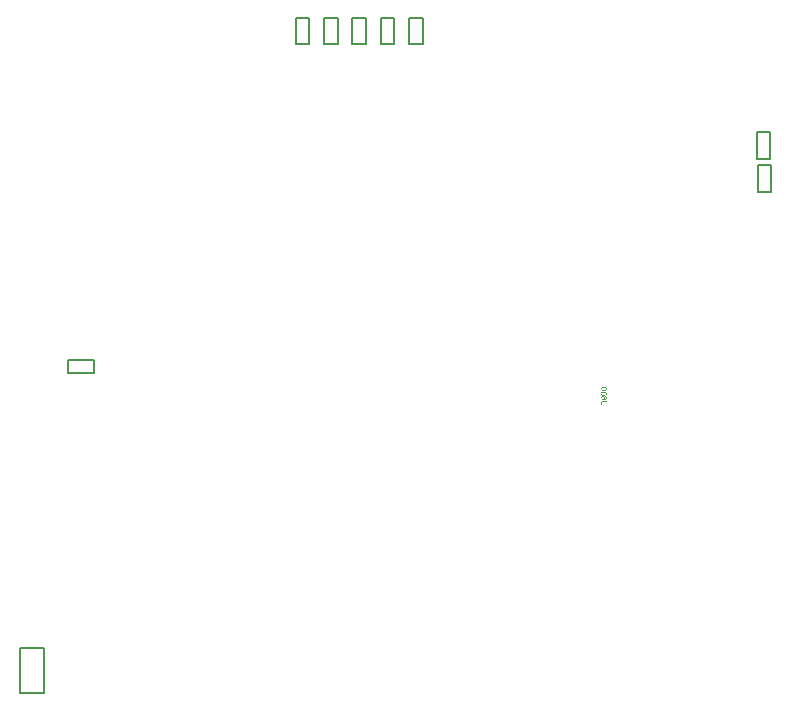
<source format=gbr>
%FSTAX23Y23*%
%MOIN*%
%SFA1B1*%

%IPPOS*%
%ADD140C,0.007874*%
%LNx98_carrier_v1r2_12082022_bottom_assembly-1*%
%LPD*%
G36*
X0213Y01522D02*
X0213Y01522D01*
X02131Y01522*
X02131Y01522*
X02132Y01522*
X02132Y01522*
X02132Y01522*
X02133Y01522*
X02133Y01522*
X02133Y01522*
X02133Y01522*
X02133Y01522*
X02133Y01522*
X02134Y01522*
X02134*
X02134Y01522*
X02135Y01522*
X02135Y01521*
X02136Y01521*
X02136Y01521*
X02136Y01521*
X02136Y01521*
X02136Y01521*
X02136Y01521*
X02136*
X02137Y01521*
X02137Y0152*
X02137Y0152*
X02138Y0152*
X02138Y01519*
X02138Y01519*
X02138Y01519*
X02138Y01519*
Y01519*
X02138Y01518*
X02139Y01518*
X02139Y01518*
X02139Y01517*
X02139Y01517*
Y01517*
X02139Y01516*
Y01516*
X02139Y01515*
X02139Y01515*
X02138Y01514*
X02138Y01514*
X02138Y01513*
X02138Y01513*
X02138Y01513*
X02138Y01513*
X02138Y01513*
X02138Y01513*
X02138Y01513*
X02138Y01513*
X02137Y01512*
X02137Y01512*
X02136Y01511*
X02136Y01511*
X02135Y01511*
X02135Y01511*
X02135Y01511*
X02135Y01511*
X02135Y01511*
X02135Y01511*
X02134*
X02134Y01511*
X02134Y0151*
X02133Y0151*
X02132Y0151*
X02131Y0151*
X02131Y0151*
X0213*
X0213Y0151*
X0213Y0151*
X02129*
X02129*
X02129*
X02129*
X02128Y0151*
X02127Y0151*
X02126Y0151*
X02126Y0151*
X02125Y0151*
X02124Y01511*
X02124Y01511*
X02123Y01511*
X02123Y01511*
X02122Y01511*
X02122Y01511*
X02122Y01512*
X02121Y01512*
X02121Y01512*
X02121Y01512*
X02121Y01512*
X02121Y01512*
X02121Y01512*
X0212Y01513*
X0212Y01513*
X0212Y01514*
X0212Y01514*
X0212Y01514*
X02119Y01515*
X02119Y01515*
X02119Y01515*
X02119Y01516*
X02119Y01516*
Y01516*
X02119Y01516*
Y01516*
X02119Y01517*
X02119Y01517*
X02119Y01518*
X0212Y01518*
X0212Y01519*
X0212Y01519*
X0212Y01519*
X0212Y01519*
X0212Y01519*
X0212Y0152*
X0212Y0152*
X0212Y0152*
Y0152*
X02121Y0152*
X02121Y01521*
X02122Y01521*
X02122Y01521*
X02123Y01521*
X02123Y01522*
X02123Y01522*
X02123Y01522*
X02123Y01522*
X02124Y01522*
X02124*
X02124Y01522*
X02124Y01522*
X02125Y01522*
X02126Y01522*
X02127Y01522*
X02127Y01522*
X02128Y01522*
X02128*
X02128Y01522*
X02129*
X02129*
X02129*
X02129*
X0213*
X0213Y01522*
G37*
G36*
Y01508D02*
X0213Y01508D01*
X02131Y01507*
X02131Y01507*
X02132Y01507*
X02132Y01507*
X02132Y01507*
X02133Y01507*
X02133Y01507*
X02133Y01507*
X02133Y01507*
X02133Y01507*
X02133Y01507*
X02134Y01507*
X02134*
X02134Y01507*
X02135Y01507*
X02135Y01507*
X02136Y01506*
X02136Y01506*
X02136Y01506*
X02136Y01506*
X02136Y01506*
X02136Y01506*
X02136*
X02137Y01506*
X02137Y01505*
X02137Y01505*
X02138Y01505*
X02138Y01504*
X02138Y01504*
X02138Y01504*
X02138Y01504*
Y01504*
X02138Y01504*
X02139Y01503*
X02139Y01503*
X02139Y01502*
X02139Y01502*
Y01502*
X02139Y01502*
Y01501*
X02139Y01501*
X02139Y015*
X02138Y01499*
X02138Y01499*
X02138Y01499*
X02138Y01498*
X02138Y01498*
X02138Y01498*
X02138Y01498*
X02138Y01498*
X02138Y01498*
X02138Y01498*
X02137Y01497*
X02137Y01497*
X02136Y01497*
X02136Y01496*
X02135Y01496*
X02135Y01496*
X02135Y01496*
X02135Y01496*
X02135Y01496*
X02135Y01496*
X02134*
X02134Y01496*
X02134Y01496*
X02133Y01495*
X02132Y01495*
X02131Y01495*
X02131Y01495*
X0213*
X0213Y01495*
X0213Y01495*
X02129*
X02129*
X02129*
X02129*
X02128Y01495*
X02127Y01495*
X02126Y01495*
X02126Y01495*
X02125Y01495*
X02124Y01496*
X02124Y01496*
X02123Y01496*
X02123Y01496*
X02122Y01496*
X02122Y01496*
X02122Y01497*
X02121Y01497*
X02121Y01497*
X02121Y01497*
X02121Y01497*
X02121Y01497*
X02121Y01498*
X0212Y01498*
X0212Y01498*
X0212Y01499*
X0212Y01499*
X0212Y01499*
X02119Y015*
X02119Y015*
X02119Y015*
X02119Y01501*
X02119Y01501*
Y01501*
X02119Y01501*
Y01501*
X02119Y01502*
X02119Y01502*
X02119Y01503*
X0212Y01503*
X0212Y01504*
X0212Y01504*
X0212Y01504*
X0212Y01504*
X0212Y01505*
X0212Y01505*
X0212Y01505*
X0212Y01505*
Y01505*
X02121Y01505*
X02121Y01506*
X02122Y01506*
X02122Y01506*
X02123Y01507*
X02123Y01507*
X02123Y01507*
X02123Y01507*
X02123Y01507*
X02124Y01507*
X02124*
X02124Y01507*
X02124Y01507*
X02125Y01507*
X02126Y01507*
X02127Y01507*
X02127Y01508*
X02128Y01508*
X02128*
X02128Y01508*
X02129*
X02129*
X02129*
X02129*
X0213*
X0213Y01508*
G37*
G36*
X02126Y01493D02*
X02127Y01493D01*
X02127Y01493*
X02128Y01492*
X02128Y01492*
X02128Y01492*
X02129Y01492*
X02129Y01492*
X02129Y01492*
X0213Y01492*
X0213Y01491*
X0213Y01491*
X0213Y01491*
X0213Y01491*
X0213Y01491*
X0213Y01491*
X02131Y01491*
X02131Y0149*
X02131Y0149*
X02131Y0149*
X02131Y01489*
X02132Y01489*
X02132Y01489*
X02132Y01488*
X02132Y01488*
X02132Y01488*
X02132Y01488*
X02132Y01487*
X02132Y01487*
Y01487*
X02132Y01486*
X02132Y01486*
X02132Y01486*
X02132Y01485*
X02132Y01485*
X02131Y01485*
X02131Y01485*
X02131Y01484*
X02131Y01484*
Y01484*
X02131Y01484*
X02131Y01484*
X0213Y01483*
X0213Y01483*
X0213Y01483*
X0213Y01482*
X02129Y01482*
X02129Y01482*
X0213*
X0213Y01482*
X02131Y01482*
X02131Y01482*
X02132Y01483*
X02132Y01483*
X02132Y01483*
X02133Y01483*
X02133Y01483*
X02133Y01483*
X02133Y01483*
X02134Y01483*
X02134Y01483*
X02134Y01483*
X02134Y01483*
X02134*
X02134Y01483*
X02135Y01484*
X02135Y01484*
X02136Y01484*
X02136Y01484*
X02136Y01485*
X02136Y01485*
X02136Y01485*
X02136Y01485*
X02137Y01485*
X02137Y01486*
X02137Y01486*
X02137Y01486*
X02137Y01487*
Y01487*
X02137Y01487*
X02137Y01488*
X02137Y01488*
X02136Y01488*
X02136Y01489*
X02136Y01489*
X02136Y01489*
X02136Y01489*
X02136Y01489*
X02135Y01489*
X02135Y0149*
X02135Y0149*
X02134Y0149*
X02134Y0149*
X02134Y0149*
X02134*
X02134Y0149*
X02134*
X02134Y01492*
X02134Y01492*
X02135Y01492*
X02136Y01492*
X02136Y01492*
X02136Y01492*
X02136Y01492*
X02137Y01491*
X02137Y01491*
X02137Y01491*
X02137Y01491*
X02137Y01491*
X02137Y01491*
X02138Y01491*
X02138Y01491*
X02138Y01491*
X02138Y0149*
X02138Y0149*
X02138Y0149*
X02138Y01489*
X02139Y01489*
X02139Y01488*
X02139Y01488*
X02139Y01488*
X02139Y01487*
X02139Y01487*
X02139Y01487*
Y01487*
X02139Y01486*
X02139Y01486*
X02139Y01485*
X02138Y01485*
X02138Y01484*
X02138Y01484*
X02138Y01484*
X02138Y01483*
X02138Y01483*
X02137Y01483*
X02137Y01483*
X02137Y01482*
X02137Y01482*
X02137Y01482*
X02137Y01482*
X02137Y01482*
X02136Y01482*
X02136Y01481*
X02135Y01481*
X02134Y01481*
X02134Y01481*
X02133Y0148*
X02132Y0148*
X02132Y0148*
X02131Y0148*
X0213Y0148*
X0213Y0148*
X02129Y0148*
X02129*
X02129Y0148*
X02129*
X02129*
X02129*
X02129*
X02129*
X02128Y0148*
X02127Y0148*
X02126Y0148*
X02125Y0148*
X02125Y0148*
X02124Y01481*
X02124Y01481*
X02123Y01481*
X02123Y01481*
X02122Y01481*
X02122Y01481*
X02122Y01482*
X02122Y01482*
X02121Y01482*
X02121Y01482*
X02121Y01482*
X02121Y01482*
X02121Y01483*
X0212Y01483*
X0212Y01483*
X0212Y01484*
X0212Y01484*
X0212Y01485*
X02119Y01485*
X02119Y01485*
X02119Y01486*
X02119Y01486*
X02119Y01486*
Y01486*
X02119Y01487*
Y01487*
X02119Y01487*
X02119Y01488*
X02119Y01488*
X0212Y01489*
X0212Y01489*
X0212Y01489*
X0212Y0149*
X0212Y0149*
X0212Y0149*
X0212Y0149*
Y0149*
X0212Y0149*
X02121Y01491*
X02121Y01491*
X02122Y01491*
X02122Y01492*
X02122Y01492*
X02122Y01492*
X02122Y01492*
X02122Y01492*
X02122*
X02123Y01492*
X02124Y01492*
X02124Y01492*
X02125Y01493*
X02125Y01493*
X02125Y01493*
X02125Y01493*
X02126*
X02126*
X02126*
X02126*
X02126Y01493*
G37*
G36*
X02139Y01474D02*
X02128D01*
X02127Y01474*
X02126Y01474*
X02126Y01474*
X02125Y01474*
X02125Y01474*
X02125Y01474*
X02124Y01474*
X02124Y01474*
X02124Y01474*
X02123Y01473*
X02123Y01473*
X02123Y01473*
X02123Y01473*
X02123Y01473*
X02123Y01473*
X02123Y01473*
X02123Y01473*
X02122Y01473*
X02122Y01472*
X02122Y01472*
X02122Y01471*
X02122Y01471*
X02122Y0147*
X02122Y0147*
X02122Y0147*
X02122Y0147*
X02122Y01469*
Y01469*
X02122Y01468*
X02122Y01468*
X02122Y01467*
X02122Y01467*
X02122Y01467*
X02122Y01466*
X02122Y01466*
X02122Y01466*
Y01466*
X02122Y01466*
X02123Y01466*
X02123Y01465*
X02123Y01465*
X02124Y01465*
X02124Y01465*
X02124Y01465*
X02124Y01465*
X02124*
X02124Y01465*
X02124Y01465*
X02125Y01464*
X02126Y01464*
X02126Y01464*
X02127*
X02127Y01464*
X02127*
X02127Y01464*
X02127*
X02128*
X02128*
X02128*
X02139*
Y01462*
X02128*
X02127*
X02127Y01462*
X02126Y01462*
X02126Y01462*
X02125Y01462*
X02125Y01462*
X02124Y01462*
X02124Y01462*
X02124Y01462*
X02124Y01462*
X02123Y01462*
X02123Y01462*
X02123Y01462*
X02123Y01462*
X02123Y01462*
X02123*
X02122Y01463*
X02122Y01463*
X02121Y01464*
X02121Y01464*
X02121Y01464*
X0212Y01465*
X0212Y01465*
X0212Y01465*
X0212Y01465*
Y01465*
X0212Y01466*
X0212Y01466*
X02119Y01467*
X02119Y01468*
X02119Y01468*
X02119Y01468*
X02119Y01469*
Y01469*
X02119Y01469*
Y01469*
X02119Y0147*
X02119Y0147*
X02119Y01471*
X02119Y01471*
X02119Y01472*
X0212Y01472*
X0212Y01472*
X0212Y01473*
X0212Y01473*
X0212Y01473*
X0212Y01473*
X0212Y01473*
X0212Y01474*
X0212Y01474*
X0212Y01474*
Y01474*
X0212Y01474*
X02121Y01474*
X02121Y01475*
X02122Y01475*
X02122Y01476*
X02122Y01476*
X02123Y01476*
X02123Y01476*
X02123Y01476*
X02123Y01476*
X02123Y01476*
X02123*
X02123Y01476*
X02124Y01476*
X02124Y01477*
X02125Y01477*
X02126Y01477*
X02126Y01477*
X02127Y01477*
X02127*
X02127Y01477*
X02127*
X02128*
X02128*
X02128*
X02139*
Y01474*
G37*
%LNx98_carrier_v1r2_12082022_bottom_assembly-2*%
%LPC*%
G36*
X02129Y0152D02*
X02129D01*
X02129*
X02129*
X02129*
X02128*
X02127Y0152*
X02127Y0152*
X02126Y0152*
X02125Y0152*
X02125Y0152*
X02124Y0152*
X02124Y0152*
X02124Y01519*
X02123Y01519*
X02123Y01519*
X02123Y01519*
X02123Y01519*
X02123Y01519*
X02123Y01519*
X02123Y01519*
X02122Y01519*
X02122Y01519*
X02122Y01518*
X02122Y01518*
X02122Y01518*
X02122Y01518*
X02121Y01517*
X02121Y01517*
X02121Y01517*
X02121Y01516*
X02121Y01516*
Y01516*
X02121Y01516*
X02121Y01516*
X02121Y01515*
X02121Y01515*
X02122Y01515*
X02122Y01514*
X02122Y01514*
X02122Y01514*
X02123Y01514*
X02123Y01514*
X02123Y01514*
X02123Y01513*
X02123Y01513*
X02123Y01513*
X02124Y01513*
X02124Y01513*
X02125Y01513*
X02125Y01513*
X02126Y01513*
X02127Y01512*
X02127Y01512*
X02128Y01512*
X02128*
X02129Y01512*
X02129*
X02129*
X02129*
X02129*
X0213Y01512*
X02131Y01512*
X02131Y01512*
X02132Y01513*
X02133Y01513*
X02133Y01513*
X02134Y01513*
X02134Y01513*
X02134Y01513*
X02135Y01513*
X02135Y01513*
X02135Y01513*
X02135Y01513*
X02135Y01514*
X02135Y01514*
X02135Y01514*
X02136Y01514*
X02136Y01514*
X02136Y01514*
X02136Y01514*
X02137Y01515*
X02137Y01515*
X02137Y01516*
X02137Y01516*
X02137Y01516*
Y01516*
X02137Y01516*
X02137Y01517*
X02137Y01517*
X02137Y01517*
X02136Y01518*
X02136Y01518*
X02136Y01519*
X02136Y01519*
X02135Y01519*
X02135Y01519*
X02135Y01519*
X02135*
X02135Y01519*
X02135Y01519*
X02134Y01519*
X02134Y0152*
X02133Y0152*
X02133Y0152*
X02132Y0152*
X02131Y0152*
X02131Y0152*
X0213Y0152*
X0213*
X02129Y0152*
G37*
G36*
Y01505D02*
X02129D01*
X02129*
X02129*
X02129*
X02128*
X02127Y01505*
X02127Y01505*
X02126Y01505*
X02125Y01505*
X02125Y01505*
X02124Y01505*
X02124Y01505*
X02124Y01504*
X02123Y01504*
X02123Y01504*
X02123Y01504*
X02123Y01504*
X02123Y01504*
X02123Y01504*
X02123Y01504*
X02122Y01504*
X02122Y01504*
X02122Y01503*
X02122Y01503*
X02122Y01503*
X02122Y01503*
X02121Y01502*
X02121Y01502*
X02121Y01502*
X02121Y01502*
X02121Y01501*
Y01501*
X02121Y01501*
X02121Y01501*
X02121Y015*
X02121Y015*
X02122Y015*
X02122Y01499*
X02122Y01499*
X02122Y01499*
X02123Y01499*
X02123Y01499*
X02123Y01499*
X02123Y01499*
X02123Y01498*
X02123Y01498*
X02124Y01498*
X02124Y01498*
X02125Y01498*
X02125Y01498*
X02126Y01498*
X02127Y01498*
X02127Y01498*
X02128Y01497*
X02128*
X02129Y01497*
X02129*
X02129*
X02129*
X02129*
X0213Y01497*
X02131Y01498*
X02131Y01498*
X02132Y01498*
X02133Y01498*
X02133Y01498*
X02134Y01498*
X02134Y01498*
X02134Y01498*
X02135Y01498*
X02135Y01498*
X02135Y01498*
X02135Y01499*
X02135Y01499*
X02135Y01499*
X02135Y01499*
X02136Y01499*
X02136Y01499*
X02136Y01499*
X02136Y01499*
X02137Y015*
X02137Y015*
X02137Y01501*
X02137Y01501*
X02137Y01501*
Y01501*
X02137Y01502*
X02137Y01502*
X02137Y01502*
X02137Y01502*
X02136Y01503*
X02136Y01503*
X02136Y01504*
X02136Y01504*
X02135Y01504*
X02135Y01504*
X02135Y01504*
X02135*
X02135Y01504*
X02135Y01504*
X02134Y01505*
X02134Y01505*
X02133Y01505*
X02133Y01505*
X02132Y01505*
X02131Y01505*
X02131Y01505*
X0213Y01505*
X0213*
X02129Y01505*
G37*
G36*
X02126Y0149D02*
X02126D01*
X02126*
X02126*
X02125*
X02125Y0149*
X02124Y0149*
X02124Y0149*
X02123Y0149*
X02123Y0149*
X02123Y0149*
X02123Y01489*
X02123Y01489*
X02122Y01489*
X02122Y01489*
X02122Y01489*
X02122Y01489*
X02122Y01489*
X02122Y01489*
X02122Y01488*
X02121Y01488*
X02121Y01487*
X02121Y01487*
X02121Y01487*
X02121Y01487*
Y01487*
X02121Y01486*
X02121Y01486*
X02121Y01486*
X02121Y01485*
X02122Y01485*
X02122Y01485*
X02122Y01485*
X02122Y01485*
X02122Y01484*
X02122Y01484*
X02123Y01484*
X02123Y01484*
X02123Y01483*
X02123Y01483*
X02123Y01483*
X02123Y01483*
X02124Y01483*
X02124Y01483*
X02125Y01483*
X02125Y01483*
X02125Y01483*
X02126Y01483*
X02126*
X02126*
X02126*
X02126Y01483*
X02126Y01483*
X02127Y01483*
X02128Y01483*
X02128Y01483*
X02128Y01483*
X02129Y01484*
X02129Y01484*
X02129Y01484*
X02129Y01484*
X02129*
X02129Y01484*
X02129Y01484*
X02129Y01485*
X0213Y01485*
X0213Y01486*
X0213Y01486*
X0213Y01486*
Y01486*
X0213Y01486*
Y01487*
X0213Y01487*
X0213Y01488*
X0213Y01488*
X02129Y01488*
X02129Y01489*
X02129Y01489*
X02129Y01489*
X02129Y01489*
X02129*
X02129Y01489*
X02128Y0149*
X02128Y0149*
X02127Y0149*
X02127Y0149*
X02126Y0149*
X02126Y0149*
X02126*
X02126Y0149*
G37*
%LNx98_carrier_v1r2_12082022_bottom_assembly-3*%
%LPD*%
G54D140*
X01242Y02666D02*
Y02753D01*
X01196D02*
X01242D01*
X01196Y02666D02*
Y02753D01*
Y02666D02*
X01242D01*
X00183Y00504D02*
X00262D01*
X00183D02*
Y00655D01*
X00262*
Y00504D02*
Y00655D01*
X00342Y01569D02*
Y01614D01*
X00429*
Y01569D02*
Y01614D01*
X00342Y01569D02*
X00429D01*
X01291Y02753D02*
X01336D01*
Y02666D02*
Y02753D01*
X01291Y02666D02*
X01336D01*
X01291D02*
Y02753D01*
X02642Y02175D02*
X02687D01*
X02642D02*
Y02262D01*
X02687*
Y02175D02*
Y02262D01*
X02638Y02372D02*
X02683D01*
Y02285D02*
Y02372D01*
X02638Y02285D02*
X02683D01*
X02638D02*
Y02372D01*
X0148Y02666D02*
X01525D01*
X0148D02*
Y02753D01*
X01525*
Y02666D02*
Y02753D01*
X01385Y02666D02*
X01431D01*
X01385D02*
Y02753D01*
X01431*
Y02666D02*
Y02753D01*
X01102Y02666D02*
X01147D01*
X01102D02*
Y02753D01*
X01147*
Y02666D02*
Y02753D01*
M02*
</source>
